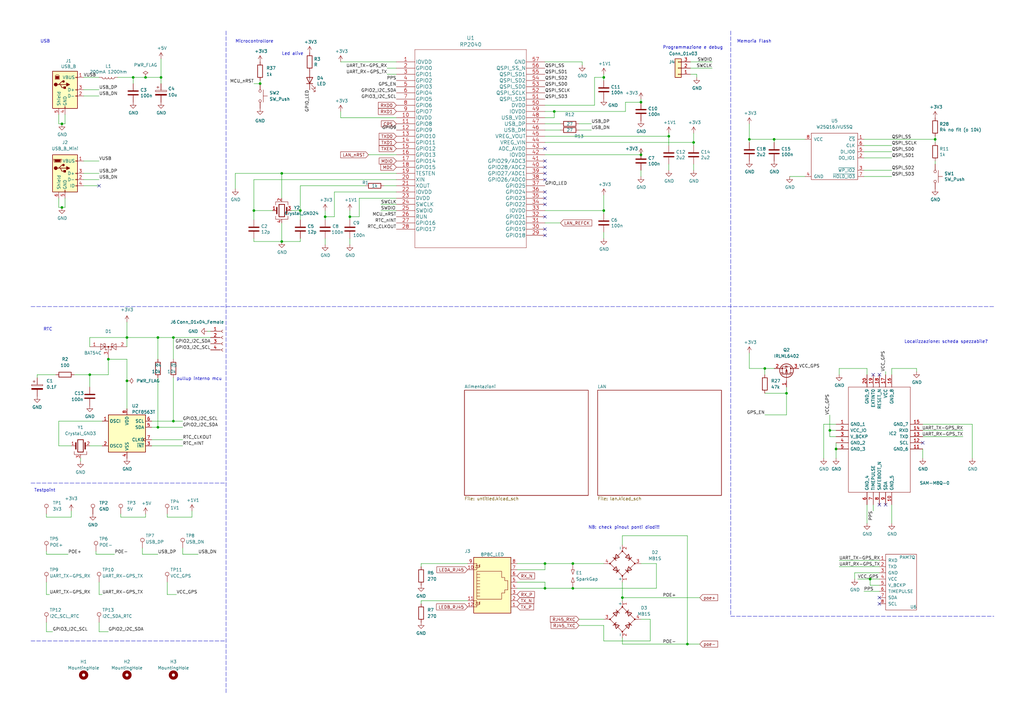
<source format=kicad_sch>
(kicad_sch (version 20211123) (generator eeschema)
  (paper "A3")
  (junction (at 317.5 57.15))
  (junction (at 64.77 138.43))
  (junction (at 52.07 138.43))
  (junction (at 25.4 50.8))
  (junction (at 66.04 31.75))
  (junction (at 281.94 264.16))
  (junction (at 307.34 57.15))
  (junction (at 115.57 71.12))
  (junction (at 234.95 241.3))
  (junction (at 106.68 34.29))
  (junction (at 262.89 63.5))
  (junction (at 54.61 31.75))
  (junction (at 44.45 147.32))
  (junction (at 115.57 99.06))
  (junction (at 247.65 86.36))
  (junction (at 123.19 86.36))
  (junction (at 223.52 241.3))
  (junction (at 227.33 45.72))
  (junction (at 223.52 231.14))
  (junction (at 36.83 153.67))
  (junction (at 262.89 41.91))
  (junction (at 322.58 161.29))
  (junction (at 59.69 31.75))
  (junction (at 52.07 156.21))
  (junction (at 274.32 55.88))
  (junction (at 71.12 172.72))
  (junction (at 313.69 151.13))
  (junction (at 64.77 175.26))
  (junction (at 356.87 237.49))
  (junction (at 340.36 176.53))
  (junction (at 25.4 85.09))
  (junction (at 133.35 88.9))
  (junction (at 383.54 57.15))
  (junction (at 71.12 138.43))
  (junction (at 247.65 31.75))
  (junction (at 342.9 184.15))
  (junction (at 284.48 58.42))
  (junction (at 143.51 88.9))
  (junction (at 234.95 231.14))
  (junction (at 104.14 86.36))
  (junction (at 255.27 245.11))
  (no_connect (at 223.52 66.04))
  (no_connect (at 223.52 60.96))
  (no_connect (at 223.52 93.98))
  (no_connect (at 223.52 96.52))
  (no_connect (at 40.64 76.2))
  (no_connect (at 223.52 88.9))
  (no_connect (at 358.14 153.67))
  (no_connect (at 360.68 207.01))
  (no_connect (at 363.22 207.01))
  (no_connect (at 378.46 181.61))
  (no_connect (at 360.68 153.67))
  (no_connect (at 223.52 68.58))
  (no_connect (at 223.52 71.12))
  (no_connect (at 223.52 73.66))
  (no_connect (at 223.52 78.74))
  (no_connect (at 223.52 81.28))
  (no_connect (at 223.52 83.82))
  (no_connect (at 360.68 245.11))
  (no_connect (at 360.68 247.65))
  (wire (pts (xy 139.7 45.72) (xy 139.7 48.26)))
  (polyline (pts (xy 12.7 125.73) (xy 407.67 125.73)))
  (wire (pts (xy 342.9 181.61) (xy 342.9 184.15)))
  (wire (pts (xy 342.9 179.07) (xy 340.36 179.07)))
  (wire (pts (xy 365.76 153.67) (xy 365.76 151.13)))
  (wire (pts (xy 137.16 88.9) (xy 133.35 88.9)))
  (wire (pts (xy 26.67 81.28) (xy 26.67 85.09)))
  (wire (pts (xy 255.27 219.71) (xy 281.94 219.71)))
  (wire (pts (xy 19.05 212.09) (xy 29.21 212.09)))
  (wire (pts (xy 123.19 76.2) (xy 123.19 86.36)))
  (wire (pts (xy 223.52 25.4) (xy 238.76 25.4)))
  (wire (pts (xy 356.87 240.03) (xy 356.87 237.49)))
  (wire (pts (xy 256.54 41.91) (xy 256.54 45.72)))
  (wire (pts (xy 223.52 241.3) (xy 223.52 238.76)))
  (wire (pts (xy 330.2 57.15) (xy 317.5 57.15)))
  (wire (pts (xy 351.79 237.49) (xy 356.87 237.49)))
  (wire (pts (xy 54.61 31.75) (xy 59.69 31.75)))
  (wire (pts (xy 162.56 71.12) (xy 115.57 71.12)))
  (wire (pts (xy 34.29 76.2) (xy 40.64 76.2)))
  (wire (pts (xy 104.14 86.36) (xy 111.76 86.36)))
  (wire (pts (xy 68.58 243.84) (xy 72.39 243.84)))
  (wire (pts (xy 34.29 31.75) (xy 40.64 31.75)))
  (wire (pts (xy 24.13 81.28) (xy 24.13 85.09)))
  (wire (pts (xy 354.33 72.39) (xy 365.76 72.39)))
  (wire (pts (xy 162.56 30.48) (xy 158.75 30.48)))
  (wire (pts (xy 15.24 153.67) (xy 15.24 154.94)))
  (wire (pts (xy 19.05 210.82) (xy 19.05 212.09)))
  (wire (pts (xy 52.07 132.08) (xy 52.07 138.43)))
  (wire (pts (xy 330.2 72.39) (xy 323.85 72.39)))
  (wire (pts (xy 262.89 231.14) (xy 269.24 231.14)))
  (wire (pts (xy 262.89 41.91) (xy 262.89 40.64)))
  (wire (pts (xy 223.52 53.34) (xy 229.87 53.34)))
  (wire (pts (xy 223.52 55.88) (xy 274.32 55.88)))
  (wire (pts (xy 123.19 86.36) (xy 123.19 90.17)))
  (wire (pts (xy 317.5 57.15) (xy 307.34 57.15)))
  (wire (pts (xy 96.52 71.12) (xy 96.52 77.47)))
  (wire (pts (xy 59.69 31.75) (xy 66.04 31.75)))
  (wire (pts (xy 49.53 210.82) (xy 49.53 212.09)))
  (wire (pts (xy 255.27 223.52) (xy 255.27 219.71)))
  (wire (pts (xy 229.87 91.44) (xy 223.52 91.44)))
  (wire (pts (xy 59.69 210.82) (xy 59.69 212.09)))
  (wire (pts (xy 223.52 86.36) (xy 247.65 86.36)))
  (wire (pts (xy 247.65 97.79) (xy 247.65 95.25)))
  (wire (pts (xy 307.34 50.8) (xy 307.34 57.15)))
  (wire (pts (xy 40.64 39.37) (xy 34.29 39.37)))
  (wire (pts (xy 360.68 242.57) (xy 354.33 242.57)))
  (wire (pts (xy 58.42 227.33) (xy 64.77 227.33)))
  (wire (pts (xy 284.48 69.85) (xy 284.48 67.31)))
  (wire (pts (xy 255.27 261.62) (xy 255.27 264.16)))
  (wire (pts (xy 313.69 161.29) (xy 322.58 161.29)))
  (wire (pts (xy 133.35 88.9) (xy 133.35 90.17)))
  (wire (pts (xy 398.78 173.99) (xy 398.78 187.96)))
  (wire (pts (xy 34.29 66.04) (xy 40.64 66.04)))
  (wire (pts (xy 383.54 55.88) (xy 383.54 57.15)))
  (wire (pts (xy 274.32 54.61) (xy 274.32 55.88)))
  (wire (pts (xy 172.72 231.14) (xy 172.72 232.41)))
  (wire (pts (xy 33.02 189.23) (xy 33.02 187.96)))
  (wire (pts (xy 313.69 170.18) (xy 322.58 170.18)))
  (wire (pts (xy 19.05 226.06) (xy 19.05 227.33)))
  (wire (pts (xy 360.68 232.41) (xy 344.17 232.41)))
  (wire (pts (xy 365.76 151.13) (xy 375.92 151.13)))
  (wire (pts (xy 137.16 78.74) (xy 162.56 78.74)))
  (wire (pts (xy 322.58 170.18) (xy 322.58 161.29)))
  (wire (pts (xy 66.04 31.75) (xy 66.04 34.29)))
  (wire (pts (xy 255.27 245.11) (xy 287.02 245.11)))
  (wire (pts (xy 237.49 256.54) (xy 247.65 256.54)))
  (wire (pts (xy 383.54 66.04) (xy 383.54 67.31)))
  (wire (pts (xy 360.68 234.95) (xy 350.52 234.95)))
  (wire (pts (xy 337.82 173.99) (xy 337.82 187.96)))
  (wire (pts (xy 212.09 233.68) (xy 223.52 233.68)))
  (wire (pts (xy 36.83 138.43) (xy 36.83 142.24)))
  (wire (pts (xy 378.46 184.15) (xy 378.46 187.96)))
  (wire (pts (xy 104.14 86.36) (xy 104.14 90.17)))
  (wire (pts (xy 234.95 241.3) (xy 269.24 241.3)))
  (wire (pts (xy 238.76 25.4) (xy 238.76 26.67)))
  (wire (pts (xy 19.05 255.27) (xy 19.05 259.08)))
  (wire (pts (xy 24.13 182.88) (xy 29.21 182.88)))
  (wire (pts (xy 354.33 62.23) (xy 365.76 62.23)))
  (polyline (pts (xy 92.71 12.7) (xy 92.71 284.48)))
  (wire (pts (xy 157.48 76.2) (xy 162.56 76.2)))
  (wire (pts (xy 40.64 238.76) (xy 40.64 243.84)))
  (wire (pts (xy 147.32 81.28) (xy 162.56 81.28)))
  (wire (pts (xy 19.05 227.33) (xy 27.94 227.33)))
  (wire (pts (xy 147.32 81.28) (xy 147.32 88.9)))
  (wire (pts (xy 354.33 64.77) (xy 365.76 64.77)))
  (wire (pts (xy 285.75 31.75) (xy 285.75 30.48)))
  (wire (pts (xy 64.77 138.43) (xy 64.77 147.32)))
  (wire (pts (xy 62.23 182.88) (xy 74.93 182.88)))
  (wire (pts (xy 36.83 182.88) (xy 41.91 182.88)))
  (wire (pts (xy 360.68 229.87) (xy 344.17 229.87)))
  (wire (pts (xy 223.52 238.76) (xy 212.09 238.76)))
  (wire (pts (xy 143.51 97.79) (xy 143.51 100.33)))
  (polyline (pts (xy 299.72 252.73) (xy 407.67 252.73)))
  (wire (pts (xy 262.89 63.5) (xy 262.89 62.23)))
  (wire (pts (xy 115.57 71.12) (xy 115.57 81.28)))
  (wire (pts (xy 247.65 31.75) (xy 247.65 30.48)))
  (wire (pts (xy 26.67 85.09) (xy 25.4 85.09)))
  (wire (pts (xy 234.95 231.14) (xy 247.65 231.14)))
  (wire (pts (xy 52.07 138.43) (xy 36.83 138.43)))
  (wire (pts (xy 355.6 207.01) (xy 355.6 214.63)))
  (wire (pts (xy 365.76 207.01) (xy 365.76 214.63)))
  (wire (pts (xy 227.33 45.72) (xy 256.54 45.72)))
  (wire (pts (xy 62.23 180.34) (xy 74.93 180.34)))
  (wire (pts (xy 223.52 231.14) (xy 234.95 231.14)))
  (wire (pts (xy 307.34 57.15) (xy 307.34 58.42)))
  (wire (pts (xy 40.64 255.27) (xy 40.64 259.08)))
  (polyline (pts (xy 12.7 198.12) (xy 92.71 198.12)))
  (wire (pts (xy 123.19 76.2) (xy 149.86 76.2)))
  (wire (pts (xy 262.89 72.39) (xy 262.89 69.85)))
  (wire (pts (xy 247.65 33.02) (xy 247.65 31.75)))
  (wire (pts (xy 243.84 43.18) (xy 243.84 31.75)))
  (wire (pts (xy 71.12 154.94) (xy 71.12 172.72)))
  (wire (pts (xy 34.29 71.12) (xy 40.64 71.12)))
  (wire (pts (xy 375.92 151.13) (xy 375.92 152.4)))
  (wire (pts (xy 36.83 153.67) (xy 44.45 153.67)))
  (wire (pts (xy 354.33 69.85) (xy 365.76 69.85)))
  (wire (pts (xy 24.13 172.72) (xy 24.13 182.88)))
  (wire (pts (xy 74.93 227.33) (xy 81.28 227.33)))
  (wire (pts (xy 383.54 57.15) (xy 383.54 58.42)))
  (wire (pts (xy 68.58 210.82) (xy 68.58 212.09)))
  (wire (pts (xy 162.56 86.36) (xy 156.21 86.36)))
  (wire (pts (xy 115.57 99.06) (xy 123.19 99.06)))
  (wire (pts (xy 119.38 86.36) (xy 123.19 86.36)))
  (wire (pts (xy 86.36 135.89) (xy 85.09 135.89)))
  (wire (pts (xy 24.13 50.8) (xy 25.4 50.8)))
  (wire (pts (xy 360.68 240.03) (xy 356.87 240.03)))
  (wire (pts (xy 227.33 45.72) (xy 227.33 48.26)))
  (wire (pts (xy 133.35 97.79) (xy 133.35 100.33)))
  (wire (pts (xy 162.56 48.26) (xy 139.7 48.26)))
  (wire (pts (xy 71.12 172.72) (xy 74.93 172.72)))
  (wire (pts (xy 104.14 97.79) (xy 104.14 99.06)))
  (wire (pts (xy 285.75 30.48) (xy 283.21 30.48)))
  (wire (pts (xy 25.4 50.8) (xy 26.67 50.8)))
  (wire (pts (xy 212.09 241.3) (xy 223.52 241.3)))
  (wire (pts (xy 350.52 234.95) (xy 350.52 237.49)))
  (wire (pts (xy 106.68 34.29) (xy 106.68 33.02)))
  (wire (pts (xy 40.64 259.08) (xy 44.45 259.08)))
  (wire (pts (xy 68.58 238.76) (xy 68.58 243.84)))
  (wire (pts (xy 223.52 43.18) (xy 243.84 43.18)))
  (wire (pts (xy 40.64 36.83) (xy 34.29 36.83)))
  (wire (pts (xy 40.64 243.84) (xy 41.91 243.84)))
  (wire (pts (xy 151.13 63.5) (xy 162.56 63.5)))
  (wire (pts (xy 266.7 262.89) (xy 247.65 262.89)))
  (wire (pts (xy 52.07 156.21) (xy 52.07 167.64)))
  (wire (pts (xy 342.9 176.53) (xy 340.36 176.53)))
  (wire (pts (xy 274.32 67.31) (xy 274.32 69.85)))
  (wire (pts (xy 355.6 151.13) (xy 344.17 151.13)))
  (wire (pts (xy 36.83 153.67) (xy 36.83 158.75)))
  (wire (pts (xy 247.65 87.63) (xy 247.65 86.36)))
  (wire (pts (xy 242.57 53.34) (xy 237.49 53.34)))
  (wire (pts (xy 62.23 175.26) (xy 64.77 175.26)))
  (wire (pts (xy 266.7 254) (xy 266.7 262.89)))
  (wire (pts (xy 363.22 152.4) (xy 363.22 153.67)))
  (wire (pts (xy 19.05 243.84) (xy 20.32 243.84)))
  (wire (pts (xy 223.52 48.26) (xy 227.33 48.26)))
  (wire (pts (xy 104.14 86.36) (xy 104.14 73.66)))
  (wire (pts (xy 255.27 238.76) (xy 255.27 245.11)))
  (wire (pts (xy 356.87 237.49) (xy 360.68 237.49)))
  (wire (pts (xy 104.14 73.66) (xy 162.56 73.66)))
  (wire (pts (xy 284.48 54.61) (xy 284.48 58.42)))
  (wire (pts (xy 307.34 151.13) (xy 313.69 151.13)))
  (wire (pts (xy 227.33 45.72) (xy 223.52 45.72)))
  (wire (pts (xy 354.33 59.69) (xy 365.76 59.69)))
  (wire (pts (xy 354.33 57.15) (xy 383.54 57.15)))
  (wire (pts (xy 74.93 224.79) (xy 74.93 227.33)))
  (wire (pts (xy 307.34 144.78) (xy 307.34 151.13)))
  (wire (pts (xy 281.94 219.71) (xy 281.94 264.16)))
  (wire (pts (xy 281.94 264.16) (xy 287.02 264.16)))
  (wire (pts (xy 256.54 41.91) (xy 262.89 41.91)))
  (wire (pts (xy 243.84 31.75) (xy 247.65 31.75)))
  (wire (pts (xy 172.72 231.14) (xy 191.77 231.14)))
  (wire (pts (xy 223.52 241.3) (xy 234.95 241.3)))
  (wire (pts (xy 39.37 227.33) (xy 46.99 227.33)))
  (wire (pts (xy 143.51 86.36) (xy 143.51 88.9)))
  (wire (pts (xy 262.89 254) (xy 266.7 254)))
  (wire (pts (xy 52.07 142.24) (xy 52.07 138.43)))
  (wire (pts (xy 255.27 245.11) (xy 255.27 246.38)))
  (wire (pts (xy 255.27 264.16) (xy 281.94 264.16)))
  (wire (pts (xy 317.5 57.15) (xy 317.5 58.42)))
  (wire (pts (xy 340.36 176.53) (xy 340.36 170.18)))
  (wire (pts (xy 66.04 24.13) (xy 66.04 31.75)))
  (wire (pts (xy 139.7 25.4) (xy 162.56 25.4)))
  (wire (pts (xy 337.82 173.99) (xy 342.9 173.99)))
  (wire (pts (xy 24.13 85.09) (xy 25.4 85.09)))
  (wire (pts (xy 212.09 231.14) (xy 223.52 231.14)))
  (wire (pts (xy 378.46 173.99) (xy 398.78 173.99)))
  (wire (pts (xy 52.07 147.32) (xy 52.07 156.21)))
  (wire (pts (xy 340.36 179.07) (xy 340.36 176.53)))
  (wire (pts (xy 58.42 224.79) (xy 58.42 227.33)))
  (wire (pts (xy 283.21 25.4) (xy 292.1 25.4)))
  (wire (pts (xy 342.9 184.15) (xy 342.9 187.96)))
  (wire (pts (xy 39.37 226.06) (xy 39.37 227.33)))
  (wire (pts (xy 115.57 91.44) (xy 115.57 99.06)))
  (wire (pts (xy 283.21 27.94) (xy 292.1 27.94)))
  (wire (pts (xy 358.14 209.55) (xy 358.14 207.01)))
  (wire (pts (xy 344.17 151.13) (xy 344.17 153.67)))
  (wire (pts (xy 15.24 153.67) (xy 22.86 153.67)))
  (wire (pts (xy 223.52 58.42) (xy 284.48 58.42)))
  (wire (pts (xy 19.05 238.76) (xy 19.05 243.84)))
  (wire (pts (xy 104.14 34.29) (xy 106.68 34.29)))
  (wire (pts (xy 44.45 153.67) (xy 44.45 147.32)))
  (wire (pts (xy 40.64 73.66) (xy 34.29 73.66)))
  (wire (pts (xy 247.65 262.89) (xy 247.65 256.54)))
  (wire (pts (xy 313.69 151.13) (xy 317.5 151.13)))
  (wire (pts (xy 143.51 88.9) (xy 147.32 88.9)))
  (wire (pts (xy 48.26 31.75) (xy 54.61 31.75)))
  (wire (pts (xy 68.58 212.09) (xy 78.74 212.09)))
  (wire (pts (xy 322.58 158.75) (xy 322.58 161.29)))
  (wire (pts (xy 223.52 233.68) (xy 223.52 231.14)))
  (wire (pts (xy 44.45 147.32) (xy 52.07 147.32)))
  (wire (pts (xy 237.49 50.8) (xy 242.57 50.8)))
  (polyline (pts (xy 299.72 12.7) (xy 299.72 252.73)))
  (wire (pts (xy 378.46 176.53) (xy 394.97 176.53)))
  (wire (pts (xy 172.72 246.38) (xy 191.77 246.38)))
  (wire (pts (xy 54.61 31.75) (xy 54.61 34.29)))
  (wire (pts (xy 269.24 231.14) (xy 269.24 241.3)))
  (polyline (pts (xy 12.7 262.89) (xy 92.71 262.89)))
  (wire (pts (xy 162.56 27.94) (xy 158.75 27.94)))
  (wire (pts (xy 26.67 50.8) (xy 26.67 46.99)))
  (wire (pts (xy 71.12 138.43) (xy 64.77 138.43)))
  (wire (pts (xy 223.52 63.5) (xy 262.89 63.5)))
  (wire (pts (xy 71.12 138.43) (xy 86.36 138.43)))
  (wire (pts (xy 172.72 246.38) (xy 172.72 247.65)))
  (wire (pts (xy 29.21 209.55) (xy 29.21 212.09)))
  (wire (pts (xy 78.74 209.55) (xy 78.74 212.09)))
  (wire (pts (xy 274.32 59.69) (xy 274.32 55.88)))
  (wire (pts (xy 355.6 153.67) (xy 355.6 151.13)))
  (wire (pts (xy 133.35 86.36) (xy 133.35 88.9)))
  (wire (pts (xy 143.51 88.9) (xy 143.51 90.17)))
  (wire (pts (xy 30.48 153.67) (xy 36.83 153.67)))
  (wire (pts (xy 162.56 83.82) (xy 156.21 83.82)))
  (wire (pts (xy 247.65 80.01) (xy 247.65 86.36)))
  (wire (pts (xy 19.05 259.08) (xy 21.59 259.08)))
  (wire (pts (xy 49.53 212.09) (xy 59.69 212.09)))
  (wire (pts (xy 62.23 172.72) (xy 71.12 172.72)))
  (wire (pts (xy 64.77 154.94) (xy 64.77 175.26)))
  (wire (pts (xy 24.13 46.99) (xy 24.13 50.8)))
  (wire (pts (xy 237.49 254) (xy 247.65 254)))
  (wire (pts (xy 313.69 151.13) (xy 313.69 153.67)))
  (wire (pts (xy 123.19 99.06) (xy 123.19 97.79)))
  (wire (pts (xy 137.16 78.74) (xy 137.16 88.9)))
  (wire (pts (xy 52.07 138.43) (xy 64.77 138.43)))
  (wire (pts (xy 115.57 71.12) (xy 96.52 71.12)))
  (wire (pts (xy 284.48 58.42) (xy 284.48 59.69)))
  (wire (pts (xy 71.12 147.32) (xy 71.12 138.43)))
  (wire (pts (xy 229.87 50.8) (xy 223.52 50.8)))
  (wire (pts (xy 64.77 175.26) (xy 74.93 175.26)))
  (wire (pts (xy 104.14 99.06) (xy 115.57 99.06)))
  (wire (pts (xy 378.46 179.07) (xy 394.97 179.07)))
  (wire (pts (xy 41.91 172.72) (xy 24.13 172.72)))
  (text "Memoria Flash" (at 302.26 17.78 0) (effects (font (size 1.27 1.27)) (justify left bottom)))
  (text "USB" (at 16.51 17.78 0) (effects (font (size 1.27 1.27)) (justify left bottom)))
  (text "pullup interno mcu\n" (at 72.39 156.21 0) (effects (font (size 1.27 1.27)) (justify left bottom)))
  (text "RTC" (at 17.78 135.89 0) (effects (font (size 1.27 1.27)) (justify left bottom)))
  (text "Led alive" (at 115.57 22.86 0) (effects (font (size 1.27 1.27)) (justify left bottom)))
  (text "Programmazione e debug" (at 271.78 20.32 0) (effects (font (size 1.27 1.27)) (justify left bottom)))
  (text "Testpoint" (at 13.97 201.93 0) (effects (font (size 1.27 1.27)) (justify left bottom)))
  (text "NB: check pinout ponti diodi!!\n" (at 241.3 217.17 0) (effects (font (size 1.27 1.27)) (justify left bottom)))
  (text "Localizzazione: scheda spezzabile?\n" (at 370.84 140.97 0) (effects (font (size 1.27 1.27)) (justify left bottom)))
  (text "Microcontrollore\n" (at 96.52 17.78 0) (effects (font (size 1.27 1.27)) (justify left bottom)))
  (label "SWDIO" (at 292.1 25.4 180))
  (label "GPIO9" (at 162.56 53.34 180))
  (label "UART_TX-GPS_RX" (at 344.17 229.87 0))
  (label "PPS" (at 358.14 209.55 270))
  (label "POE+" (at 27.94 227.33 0))
  (label "POE-" (at 46.99 227.33 0))
  (label "USB_DN" (at 40.64 73.66 0))
  (label "MCU_nRST" (at 162.56 88.9 180))
  (label "QSPI_SD0" (at 365.76 62.23 0))
  (label "VCC_GPS" (at 363.22 152.4 90))
  (label "QSPI_SD1" (at 223.52 30.48 0))
  (label "QSPI_SCLK" (at 365.76 59.69 0))
  (label "VUSB" (at 34.29 31.75 0))
  (label "SWCLK" (at 156.21 83.82 0))
  (label "VCC_GPS" (at 72.39 243.84 0))
  (label "VUSB" (at 40.64 66.04 0))
  (label "UART_TX-GPS_RX" (at 20.32 243.84 0))
  (label "USB_DP" (at 242.57 50.8 0))
  (label "UART_RX-GPS_TX" (at 394.97 179.07 180))
  (label "GPIO2_I2C_SDA" (at 74.93 175.26 0))
  (label "GPIO2_I2C_SDA" (at 86.36 140.97 180))
  (label "QSPI_SD1" (at 365.76 64.77 0))
  (label "GPIO3_I2C_SCL" (at 162.56 40.64 180))
  (label "SWCLK" (at 292.1 27.94 180))
  (label "QSPI_SD3" (at 365.76 72.39 0))
  (label "USB_DP" (at 40.64 71.12 0))
  (label "MCU_nRST" (at 104.14 34.29 180))
  (label "USB_DP" (at 40.64 36.83 0))
  (label "VCC_GPS" (at 351.79 237.49 0))
  (label "GPIO3_I2C_SCL" (at 21.59 259.08 0))
  (label "UART_RX-GPS_TX" (at 158.75 30.48 180))
  (label "SWDIO" (at 156.21 86.36 0))
  (label "PPS" (at 162.56 33.02 180))
  (label "QSPI_SS" (at 365.76 57.15 0))
  (label "GPIO2_I2C_SDA" (at 162.56 38.1 180))
  (label "GPS_EN" (at 162.56 35.56 180))
  (label "USB_DP" (at 64.77 227.33 0))
  (label "QSPI_SD2" (at 365.76 69.85 0))
  (label "GPIO3_I2C_SCL" (at 86.36 143.51 180))
  (label "UART_RX-GPS_TX" (at 41.91 243.84 0))
  (label "QSPI_SD0" (at 223.52 35.56 0))
  (label "QSPI_SD2" (at 223.52 33.02 0))
  (label "VCC_GPS" (at 327.66 151.13 0))
  (label "GPIO2_I2C_SDA" (at 44.45 259.08 0))
  (label "GPIO_LED" (at 127 36.83 270))
  (label "GPIO_LED" (at 223.52 76.2 0))
  (label "VCC_GPS" (at 340.36 170.18 90))
  (label "POE-" (at 271.78 264.16 0))
  (label "QSPI_SCLK" (at 223.52 38.1 0))
  (label "UART_RX-GPS_TX" (at 344.17 232.41 0))
  (label "QSPI_SD3" (at 223.52 40.64 0))
  (label "POE+" (at 271.78 245.11 0))
  (label "GPS_EN" (at 313.69 170.18 180))
  (label "USB_DN" (at 81.28 227.33 0))
  (label "RTC_CLKOUT" (at 162.56 93.98 180))
  (label "USB_DN" (at 40.64 39.37 0))
  (label "QSPI_SS" (at 223.52 27.94 0))
  (label "RTC_CLKOUT" (at 74.93 180.34 0))
  (label "USB_DN" (at 242.57 53.34 0))
  (label "RTC_nINT" (at 162.56 91.44 180))
  (label "GPIO3_I2C_SCL" (at 74.93 172.72 0))
  (label "PPS" (at 354.33 242.57 0))
  (label "UART_TX-GPS_RX" (at 158.75 27.94 180))
  (label "UART_TX-GPS_RX" (at 394.97 176.53 180))
  (label "RTC_nINT" (at 74.93 182.88 0))
  (global_label "RX_N" (shape input) (at 212.09 236.22 0) (property "Intersheet References" "${INTERSHEET_REFS}" (effects hide)))
  (global_label "MDIO" (shape input) (at 162.56 66.04 180) (property "Intersheet References" "${INTERSHEET_REFS}" (effects hide)))
  (global_label "CRS" (shape input) (at 162.56 50.8 180) (property "Intersheet References" "${INTERSHEET_REFS}" (effects hide)))
  (global_label "RJ45_TXC" (shape input) (at 237.49 256.54 180) (property "Intersheet References" "${INTERSHEET_REFS}" (effects hide)))
  (global_label "LEDB_RJ45" (shape input) (at 191.77 248.92 180) (property "Intersheet References" "${INTERSHEET_REFS}" (effects hide)))
  (global_label "LAN_nRST" (shape input) (at 151.13 63.5 180) (property "Intersheet References" "${INTERSHEET_REFS}" (effects hide)))
  (global_label "poe+" (shape input) (at 287.02 245.11 0) (property "Intersheet References" "${INTERSHEET_REFS}" (effects hide)))
  (global_label "MDC" (shape input) (at 162.56 68.58 180) (property "Intersheet References" "${INTERSHEET_REFS}" (effects hide)))
  (global_label "LAN_REFCK" (shape input) (at 229.87 91.44 0) (property "Intersheet References" "${INTERSHEET_REFS}" (effects hide)))
  (global_label "RJ45_RXC" (shape input) (at 237.49 254 180) (property "Intersheet References" "${INTERSHEET_REFS}" (effects hide)))
  (global_label "TXD1" (shape input) (at 162.56 58.42 180) (property "Intersheet References" "${INTERSHEET_REFS}" (effects hide)))
  (global_label "RXD1" (shape input) (at 162.56 45.72 180) (property "Intersheet References" "${INTERSHEET_REFS}" (effects hide)))
  (global_label "TX_P" (shape input) (at 212.09 248.92 0) (property "Intersheet References" "${INTERSHEET_REFS}" (effects hide)))
  (global_label "TXD0" (shape input) (at 162.56 55.88 180) (property "Intersheet References" "${INTERSHEET_REFS}" (effects hide)))
  (global_label "poe-" (shape input) (at 287.02 264.16 0) (property "Intersheet References" "${INTERSHEET_REFS}" (effects hide)))
  (global_label "RX_P" (shape input) (at 212.09 243.84 0) (property "Intersheet References" "${INTERSHEET_REFS}" (effects hide)))
  (global_label "TX_N" (shape input) (at 212.09 246.38 0) (property "Intersheet References" "${INTERSHEET_REFS}" (effects hide)))
  (global_label "TXEN" (shape input) (at 162.56 60.96 180) (property "Intersheet References" "${INTERSHEET_REFS}" (effects hide)))
  (global_label "LEDA_RJ45" (shape input) (at 191.77 233.68 180) (property "Intersheet References" "${INTERSHEET_REFS}" (effects hide)))
  (global_label "RXD0" (shape input) (at 162.56 43.18 180) (property "Intersheet References" "${INTERSHEET_REFS}" (effects hide)))
  (symbol (lib_id "RP2040:RP2040") (at 162.56 25.4 0) (unit 1)
    (property "Reference" "U1" (at 193.04 15.5702 0) (effects (font (size 1.524 1.524))))
    (property "Value" "RP2040" (at 193.04 18.2626 0) (effects (font (size 1.524 1.524))))
    (property "Footprint" "PSE2021:RP2040-QFN-56" (effects hide))
  )
  (symbol (lib_id "power:GND") (at 96.52 77.47 0) (unit 1)
    (property "Reference" "#PWR0101" (effects hide))
    (property "Value" "GND" (at 96.647 81.8642 0))
  )
  (symbol (lib_id "Connector:USB_B") (at 26.67 36.83 0) (unit 1)
    (property "Reference" "J1" (at 28.1178 24.9682 0))
    (property "Value" "USB_B" (at 28.1178 27.2796 0))
    (property "Footprint" "Connector_USB:USB_B_OST_USB-B1HSxx_Horizontal" (effects hide))
    (property "Datasheet" " ~" (effects hide))
  )
  (symbol (lib_id "power:GND") (at 25.4 50.8 0) (unit 1)
    (property "Reference" "#PWR0107" (effects hide))
    (property "Value" "GND" (at 25.527 55.1942 0))
  )
  (symbol (lib_id "Device:L") (at 44.45 31.75 270) (unit 1)
    (property "Reference" "L1" (at 44.45 27.1526 90))
    (property "Value" "200mA 120Ohm" (at 44.45 29.464 90))
    (property "Footprint" "Inductor_SMD:L_0603_1608Metric" (effects hide))
  )
  (symbol (lib_id "Device:C") (at 54.61 38.1 0) (unit 1)
    (property "Reference" "C3" (at 57.531 36.9316 0) (effects (justify left)))
    (property "Value" "100n" (at 57.531 39.243 0) (effects (justify left)))
    (property "Footprint" "Capacitor_SMD:C_0603_1608Metric" (effects hide))
  )
  (symbol (lib_id "power:+5V") (at 66.04 24.13 0) (unit 1)
    (property "Reference" "#PWR0108" (effects hide))
    (property "Value" "+5V" (at 66.421 19.7358 0))
  )
  (symbol (lib_id "power:GND") (at 54.61 41.91 0) (unit 1)
    (property "Reference" "#PWR0109" (effects hide))
    (property "Value" "GND" (at 54.737 46.3042 0))
  )
  (symbol (lib_id "power:GND") (at 66.04 41.91 0) (unit 1)
    (property "Reference" "#PWR0110" (effects hide))
    (property "Value" "GND" (at 66.167 46.3042 0))
  )
  (symbol (lib_id "Device:C") (at 104.14 93.98 0) (unit 1)
    (property "Reference" "C2" (at 107.061 92.8116 0) (effects (justify left)))
    (property "Value" "12p" (at 107.061 95.123 0) (effects (justify left)))
    (property "Footprint" "Capacitor_SMD:C_0603_1608Metric" (effects hide))
  )
  (symbol (lib_id "Device:C") (at 123.19 93.98 0) (unit 1)
    (property "Reference" "C5" (at 126.111 92.8116 0) (effects (justify left)))
    (property "Value" "12p" (at 126.111 95.123 0) (effects (justify left)))
    (property "Footprint" "Capacitor_SMD:C_0603_1608Metric" (effects hide))
  )
  (symbol (lib_id "power:GND") (at 115.57 99.06 0) (unit 1)
    (property "Reference" "#PWR0106" (effects hide))
    (property "Value" "GND" (at 115.697 103.4542 0))
  )
  (symbol (lib_id "Device:R") (at 153.67 76.2 270) (unit 1)
    (property "Reference" "R1" (at 149.86 74.93 90))
    (property "Value" "1k" (at 153.67 76.2 90))
    (property "Footprint" "Resistor_SMD:R_0603_1608Metric" (effects hide))
  )
  (symbol (lib_id "power:GND") (at 25.4 85.09 0) (unit 1)
    (property "Reference" "#PWR0111" (effects hide))
    (property "Value" "GND" (at 25.527 89.4842 0))
  )
  (symbol (lib_id "Device:C") (at 317.5 62.23 0) (unit 1)
    (property "Reference" "C15" (at 320.421 61.0616 0) (effects (justify left)))
    (property "Value" "100n" (at 320.421 63.373 0) (effects (justify left)))
    (property "Footprint" "Capacitor_SMD:C_0603_1608Metric" (effects hide))
  )
  (symbol (lib_id "Device:C") (at 307.34 62.23 0) (unit 1)
    (property "Reference" "C18" (at 310.261 61.0616 0) (effects (justify left)))
    (property "Value" "2u2" (at 310.261 63.373 0) (effects (justify left)))
    (property "Footprint" "Capacitor_SMD:C_0603_1608Metric" (effects hide))
  )
  (symbol (lib_id "power:+3.3V") (at 307.34 50.8 0) (unit 1)
    (property "Reference" "#PWR0142" (effects hide))
    (property "Value" "+3.3V" (at 307.721 46.4058 0))
  )
  (symbol (lib_id "power:GND") (at 307.34 66.04 0) (unit 1)
    (property "Reference" "#PWR0134" (effects hide))
    (property "Value" "GND" (at 307.467 70.4342 0))
  )
  (symbol (lib_id "power:GND") (at 317.5 66.04 0) (unit 1)
    (property "Reference" "#PWR0125" (effects hide))
    (property "Value" "GND" (at 317.627 70.4342 0))
  )
  (symbol (lib_id "power:GND") (at 323.85 72.39 0) (unit 1)
    (property "Reference" "#PWR0136" (effects hide))
    (property "Value" "GND" (at 323.977 76.7842 0))
  )
  (symbol (lib_id "Device:Crystal_GND24") (at 115.57 86.36 0) (unit 1)
    (property "Reference" "Y2" (at 120.4976 85.1916 0) (effects (justify left)))
    (property "Value" "Crystal_GND24" (at 116.6876 87.503 0) (effects (justify left)))
    (property "Footprint" "Crystal:Crystal_SMD_3225-4Pin_3.2x2.5mm" (effects hide))
  )
  (symbol (lib_id "Device:R") (at 383.54 62.23 0) (unit 1)
    (property "Reference" "R11" (at 385.318 61.0616 0) (effects (justify left)))
    (property "Value" "1k" (at 385.318 63.373 0) (effects (justify left)))
    (property "Footprint" "Resistor_SMD:R_0603_1608Metric" (effects hide))
  )
  (symbol (lib_id "Switch:SW_Push") (at 383.54 72.39 270) (unit 1)
    (property "Reference" "SW1" (at 387.2992 71.2216 90) (effects (justify left)))
    (property "Value" "SW_Push" (at 387.2992 73.533 90) (effects (justify left)))
    (property "Footprint" "Button_Switch_THT:SW_PUSH_6mm" (effects hide))
  )
  (symbol (lib_id "power:GND") (at 383.54 77.47 0) (unit 1)
    (property "Reference" "#PWR0138" (effects hide))
    (property "Value" "GND" (at 383.667 81.8642 0))
  )
  (symbol (lib_id "power:+3.3V") (at 383.54 48.26 0) (unit 1)
    (property "Reference" "#PWR0137" (effects hide))
    (property "Value" "+3.3V" (at 383.921 43.8658 0))
  )
  (symbol (lib_id "Device:R") (at 383.54 52.07 0) (unit 1)
    (property "Reference" "R28" (at 385.318 50.9016 0) (effects (justify left)))
    (property "Value" "R4 no fit (o 10k)" (at 385.318 53.213 0) (effects (justify left)))
    (property "Footprint" "Resistor_SMD:R_0603_1608Metric" (effects hide))
  )
  (symbol (lib_id "Connector_Generic:Conn_01x03") (at 278.13 27.94 180) (unit 1)
    (property "Reference" "J4" (at 275.59 25.4 0))
    (property "Value" "Conn_01x03" (at 280.2128 21.9964 0))
    (property "Footprint" "Connector_PinHeader_2.54mm:PinHeader_1x03_P2.54mm_Vertical" (effects hide))
  )
  (symbol (lib_id "power:GND") (at 285.75 31.75 0) (unit 1)
    (property "Reference" "#PWR0148" (effects hide))
    (property "Value" "GND" (at 285.877 36.1442 0))
  )
  (symbol (lib_id "power:GND") (at 342.9 187.96 0) (unit 1)
    (property "Reference" "#PWR0154" (effects hide))
    (property "Value" "GND" (at 343.027 192.3542 0))
  )
  (symbol (lib_id "power:GND") (at 365.76 214.63 0) (unit 1)
    (property "Reference" "#PWR0153" (effects hide))
    (property "Value" "GND" (at 365.887 219.0242 0))
  )
  (symbol (lib_id "power:GND") (at 378.46 187.96 0) (unit 1)
    (property "Reference" "#PWR0149" (effects hide))
    (property "Value" "GND" (at 378.587 192.3542 0))
  )
  (symbol (lib_id "power:GND") (at 375.92 152.4 0) (unit 1)
    (property "Reference" "#PWR0158" (effects hide))
    (property "Value" "GND" (at 376.047 156.7942 0))
  )
  (symbol (lib_id "power:GND") (at 344.17 153.67 0) (unit 1)
    (property "Reference" "#PWR0157" (effects hide))
    (property "Value" "GND" (at 344.297 158.0642 0))
  )
  (symbol (lib_id "power:GND") (at 337.82 187.96 0) (unit 1)
    (property "Reference" "#PWR0155" (effects hide))
    (property "Value" "GND" (at 337.947 192.3542 0))
  )
  (symbol (lib_id "power:GND") (at 398.78 187.96 0) (unit 1)
    (property "Reference" "#PWR0150" (effects hide))
    (property "Value" "GND" (at 398.907 192.3542 0))
  )
  (symbol (lib_id "power:GND") (at 355.6 214.63 0) (unit 1)
    (property "Reference" "#PWR0152" (effects hide))
    (property "Value" "GND" (at 355.727 219.0242 0))
  )
  (symbol (lib_id "PSE_RP2040-rescue:PAM7Q-gpsChip") (at 367.03 234.95 270) (unit 1)
    (property "Reference" "U6" (at 374.65 248.92 90))
    (property "Value" "PAM7Q" (at 372.11 228.6 90))
    (property "Footprint" "PSE2021:PAM-7Q" (effects hide))
  )
  (symbol (lib_id "power:GND") (at 350.52 237.49 0) (unit 1)
    (property "Reference" "#PWR0146" (effects hide))
    (property "Value" "GND" (at 350.647 241.8842 0))
  )
  (symbol (lib_id "power:GND") (at 238.76 26.67 0) (unit 1)
    (property "Reference" "#PWR0123" (effects hide))
    (property "Value" "GND" (at 238.887 31.0642 0))
  )
  (symbol (lib_id "power:+3.3V") (at 139.7 25.4 0) (unit 1)
    (property "Reference" "#PWR0121" (effects hide))
    (property "Value" "+3.3V" (at 140.081 21.0058 0))
  )
  (symbol (lib_id "power:+3.3V") (at 139.7 45.72 0) (unit 1)
    (property "Reference" "#PWR0174" (effects hide))
    (property "Value" "+3.3V" (at 140.081 41.3258 0))
  )
  (symbol (lib_name "+3.3V_1") (lib_id "power:+3.3V") (at 133.35 86.36 0) (unit 1)
    (property "Reference" "#PWR0163" (effects hide))
    (property "Value" "+3.3V" (at 133.731 81.9658 0))
  )
  (symbol (lib_name "+1V1_1") (lib_id "power:+1V1") (at 143.51 86.36 0) (unit 1)
    (property "Reference" "#PWR0173" (effects hide))
    (property "Value" "+1V1" (at 143.891 81.9658 0))
  )
  (symbol (lib_id "Device:C") (at 133.35 93.98 0) (unit 1)
    (property "Reference" "C8" (at 136.271 92.8116 0) (effects (justify left)))
    (property "Value" "100n" (at 135.89 95.25 0) (effects (justify left)))
    (property "Footprint" "Capacitor_SMD:C_0603_1608Metric" (effects hide))
  )
  (symbol (lib_id "Device:C") (at 143.51 93.98 0) (unit 1)
    (property "Reference" "C9" (at 144.78 91.44 0) (effects (justify left)))
    (property "Value" "100n" (at 144.78 96.52 0) (effects (justify left)))
    (property "Footprint" "Capacitor_SMD:C_0603_1608Metric" (effects hide))
  )
  (symbol (lib_id "power:GND") (at 133.35 100.33 0) (unit 1)
    (property "Reference" "#PWR0171" (effects hide))
    (property "Value" "GND" (at 133.477 104.7242 0))
  )
  (symbol (lib_id "power:GND") (at 143.51 100.33 0) (unit 1)
    (property "Reference" "#PWR0172" (effects hide))
    (property "Value" "GND" (at 143.637 104.7242 0))
  )
  (symbol (lib_name "+3.3V_2") (lib_id "power:+3.3V") (at 262.89 40.64 0) (unit 1)
    (property "Reference" "#PWR0117" (effects hide))
    (property "Value" "+3.3V" (at 259.08 38.1 0))
  )
  (symbol (lib_id "power:+1V1") (at 247.65 30.48 0) (unit 1)
    (property "Reference" "#PWR0122" (effects hide))
    (property "Value" "+1V1" (at 248.031 26.0858 0))
  )
  (symbol (lib_id "Device:C") (at 262.89 45.72 0) (unit 1)
    (property "Reference" "C10" (at 265.811 44.5516 0) (effects (justify left)))
    (property "Value" "100n" (at 265.811 46.863 0) (effects (justify left)))
    (property "Footprint" "Capacitor_SMD:C_0603_1608Metric" (effects hide))
  )
  (symbol (lib_id "Device:C") (at 247.65 36.83 0) (unit 1)
    (property "Reference" "C11" (at 250.571 35.6616 0) (effects (justify left)))
    (property "Value" "100n" (at 250.571 37.973 0) (effects (justify left)))
    (property "Footprint" "Capacitor_SMD:C_0603_1608Metric" (effects hide))
  )
  (symbol (lib_id "power:GND") (at 247.65 40.64 0) (unit 1)
    (property "Reference" "#PWR0124" (effects hide))
    (property "Value" "GND" (at 251.46 43.18 0))
  )
  (symbol (lib_id "power:GND") (at 262.89 49.53 0) (unit 1)
    (property "Reference" "#PWR0132" (effects hide))
    (property "Value" "GND" (at 263.017 53.9242 0))
  )
  (symbol (lib_id "Device:R") (at 233.68 50.8 270) (unit 1)
    (property "Reference" "R12" (at 233.68 46.99 90))
    (property "Value" "27" (at 233.68 50.8 90))
    (property "Footprint" "Resistor_SMD:R_0603_1608Metric" (effects hide))
  )
  (symbol (lib_id "Device:R") (at 233.68 53.34 270) (unit 1)
    (property "Reference" "R13" (at 237.49 55.88 90))
    (property "Value" "27" (at 233.68 53.34 90))
    (property "Footprint" "Resistor_SMD:R_0603_1608Metric" (effects hide))
  )
  (symbol (lib_id "Device:C") (at 284.48 63.5 0) (unit 1)
    (property "Reference" "C14" (at 287.401 62.3316 0) (effects (justify left)))
    (property "Value" "2u2" (at 287.401 64.643 0) (effects (justify left)))
    (property "Footprint" "Capacitor_SMD:C_0603_1608Metric" (effects hide))
  )
  (symbol (lib_id "Device:C") (at 274.32 63.5 0) (unit 1)
    (property "Reference" "C12" (at 277.241 62.3316 0) (effects (justify left)))
    (property "Value" "2u2" (at 277.241 64.643 0) (effects (justify left)))
    (property "Footprint" "Capacitor_SMD:C_0603_1608Metric" (effects hide))
  )
  (symbol (lib_id "power:GND") (at 274.32 69.85 0) (unit 1)
    (property "Reference" "#PWR0129" (effects hide))
    (property "Value" "GND" (at 274.447 74.2442 0))
  )
  (symbol (lib_id "power:GND") (at 284.48 69.85 0) (unit 1)
    (property "Reference" "#PWR0127" (effects hide))
    (property "Value" "GND" (at 284.607 74.2442 0))
  )
  (symbol (lib_id "power:+3.3V") (at 284.48 54.61 0) (unit 1)
    (property "Reference" "#PWR0130" (effects hide))
    (property "Value" "+3.3V" (at 284.861 50.2158 0))
  )
  (symbol (lib_id "power:+1V1") (at 274.32 54.61 0) (unit 1)
    (property "Reference" "#PWR0128" (effects hide))
    (property "Value" "+1V1" (at 274.701 50.2158 0))
  )
  (symbol (lib_id "power:+3.3V") (at 262.89 63.5 0) (unit 1)
    (property "Reference" "#PWR0131" (effects hide))
    (property "Value" "+3.3V" (at 259.08 60.96 0))
  )
  (symbol (lib_id "power:+3.3V") (at 247.65 80.01 0) (unit 1)
    (property "Reference" "#PWR0119" (effects hide))
    (property "Value" "+3.3V" (at 248.031 75.6158 0))
  )
  (symbol (lib_id "Device:C") (at 262.89 66.04 0) (unit 1)
    (property "Reference" "C7" (at 265.811 64.8716 0) (effects (justify left)))
    (property "Value" "100n" (at 265.811 67.183 0) (effects (justify left)))
    (property "Footprint" "Capacitor_SMD:C_0603_1608Metric" (effects hide))
  )
  (symbol (lib_id "power:GND") (at 262.89 72.39 0) (unit 1)
    (property "Reference" "#PWR0133" (effects hide))
    (property "Value" "GND" (at 263.017 76.7842 0))
  )
  (symbol (lib_id "Device:C") (at 247.65 91.44 0) (unit 1)
    (property "Reference" "C6" (at 250.571 90.2716 0) (effects (justify left)))
    (property "Value" "100n" (at 250.571 92.583 0) (effects (justify left)))
    (property "Footprint" "Capacitor_SMD:C_0603_1608Metric" (effects hide))
  )
  (symbol (lib_id "power:GND") (at 247.65 97.79 0) (unit 1)
    (property "Reference" "#PWR0120" (effects hide))
    (property "Value" "GND" (at 247.777 102.1842 0))
  )
  (symbol (lib_id "Device:R") (at 127 25.4 0) (unit 1)
    (property "Reference" "R3" (at 128.778 24.2316 0) (effects (justify left)))
    (property "Value" "R" (at 128.778 26.543 0) (effects (justify left)))
    (property "Footprint" "Resistor_SMD:R_0603_1608Metric" (effects hide))
  )
  (symbol (lib_id "Device:LED") (at 127 33.02 90) (unit 1)
    (property "Reference" "D4" (at 129.9972 32.0294 90) (effects (justify right)))
    (property "Value" "LED" (at 129.9972 34.3408 90) (effects (justify right)))
    (property "Footprint" "LED_SMD:LED_0603_1608Metric" (effects hide))
  )
  (symbol (lib_id "Connector:TestPoint") (at 38.1 210.82 0) (unit 1)
    (property "Reference" "TP2" (at 40.64 206.2479 0) (effects (justify left)))
    (property "Value" "GND" (at 40.64 208.7879 0) (effects (justify left)))
    (property "Footprint" "TestPoint:TestPoint_Loop_D1.80mm_Drill1.0mm_Beaded" (effects hide))
  )
  (symbol (lib_id "Connector:TestPoint") (at 68.58 238.76 0) (unit 1)
    (property "Reference" "TP11" (at 69.85 233.68 0) (effects (justify left)))
    (property "Value" "VCC_GPS" (at 69.85 236.22 0) (effects (justify left)))
    (property "Footprint" "TestPoint:TestPoint_Pad_D1.0mm" (effects hide))
  )
  (symbol (lib_id "Connector:TestPoint") (at 19.05 255.27 0) (unit 1)
    (property "Reference" "TP12" (at 20.32 250.19 0) (effects (justify left)))
    (property "Value" "I2C_SCL_RTC" (at 20.32 252.73 0) (effects (justify left)))
    (property "Footprint" "TestPoint:TestPoint_Pad_D1.0mm" (effects hide))
  )
  (symbol (lib_id "Connector:TestPoint") (at 19.05 210.82 0) (unit 1)
    (property "Reference" "TP1" (at 21.59 206.2479 0) (effects (justify left)))
    (property "Value" "3V3" (at 21.59 208.7879 0) (effects (justify left)))
    (property "Footprint" "TestPoint:TestPoint_Loop_D1.80mm_Drill1.0mm_Beaded" (effects hide))
  )
  (symbol (lib_id "power:+5V") (at 59.69 210.82 0) (unit 1)
    (property "Reference" "#PWR0169" (effects hide))
    (property "Value" "+5V" (at 60.071 206.4258 0))
  )
  (symbol (lib_id "power:GND") (at 172.72 240.03 0) (unit 1)
    (property "Reference" "#PWR0114" (effects hide))
    (property "Value" "GND" (at 172.72 244.4734 0))
  )
  (symbol (lib_id "Connector:TestPoint") (at 19.05 238.76 0) (unit 1)
    (property "Reference" "TP9" (at 20.32 233.68 0) (effects (justify left)))
    (property "Value" "UART_TX-GPS_RX" (at 20.32 236.22 0) (effects (justify left)))
    (property "Footprint" "TestPoint:TestPoint_Pad_D1.0mm" (effects hide))
  )
  (symbol (lib_id "Connector:TestPoint") (at 74.93 224.79 0) (unit 1)
    (property "Reference" "TP8" (at 76.2 219.71 0) (effects (justify left)))
    (property "Value" "USB_DN" (at 76.2 222.25 0) (effects (justify left)))
    (property "Footprint" "TestPoint:TestPoint_Pad_D1.0mm" (effects hide))
  )
  (symbol (lib_id "Device:Q_PMOS_GSD") (at 322.58 153.67 270) (mirror x) (unit 1)
    (property "Reference" "Q2" (at 322.58 143.51 90))
    (property "Value" "IRLML6402" (at 322.58 146.05 90))
    (property "Footprint" "Package_TO_SOT_SMD:SOT-23" (effects hide))
  )
  (symbol (lib_id "Device:C") (at 36.83 162.56 0) (unit 1)
    (property "Reference" "C13" (at 30.48 161.29 0) (effects (justify left)))
    (property "Value" "100n" (at 29.21 163.83 0) (effects (justify left)))
    (property "Footprint" "Capacitor_SMD:C_0603_1608Metric" (effects hide))
  )
  (symbol (lib_id "Device:R") (at 106.68 29.21 0) (unit 1)
    (property "Reference" "R37" (at 109.22 27.9399 0) (effects (justify left)))
    (property "Value" "1k" (at 109.22 30.4799 0) (effects (justify left)))
    (property "Footprint" "Resistor_SMD:R_0603_1608Metric" (effects hide))
  )
  (symbol (lib_id "power:GND") (at 33.02 189.23 0) (unit 1)
    (property "Reference" "#PWR0140" (effects hide))
    (property "Value" "GND" (at 33.02 193.6734 0))
  )
  (symbol (lib_id "Device:R") (at 71.12 151.13 180) (unit 1)
    (property "Reference" "R5" (at 69.85 149.86 0) (effects (justify right)))
    (property "Value" "10k" (at 68.58 152.4 0) (effects (justify right)))
    (property "Footprint" "Resistor_SMD:R_0603_1608Metric" (effects hide))
  )
  (symbol (lib_id "power:GND") (at 15.24 162.56 0) (unit 1)
    (property "Reference" "#PWR0141" (effects hide))
    (property "Value" "GND" (at 15.24 167.0034 0))
  )
  (symbol (lib_id "Timer_RTC:PCF8563T") (at 52.07 177.8 0) (unit 1)
    (property "Reference" "U2" (at 54.0894 166.4802 0) (effects (justify left)))
    (property "Value" "PCF8563T" (at 54.0894 169.0171 0) (effects (justify left)))
    (property "Footprint" "Package_SO:SOIC-8_3.9x4.9mm_P1.27mm" (effects hide))
    (property "Datasheet" "https://assets.nexperia.com/documents/data-sheet/PCF8563.pdf" (effects hide))
  )
  (symbol (lib_id "Connector:TestPoint") (at 58.42 224.79 0) (unit 1)
    (property "Reference" "TP7" (at 59.69 219.71 0) (effects (justify left)))
    (property "Value" "USB_DP" (at 59.69 222.25 0) (effects (justify left)))
    (property "Footprint" "TestPoint:TestPoint_Pad_D1.0mm" (effects hide))
  )
  (symbol (lib_id "Device:C_Polarized") (at 15.24 158.75 0) (unit 1)
    (property "Reference" "C1" (at 19.05 156.21 0) (effects (justify left)))
    (property "Value" "0.1F" (at 19.05 158.75 0) (effects (justify left)))
    (property "Footprint" "Capacitor_THT:CP_Radial_D10.0mm_P5.00mm" (effects hide))
  )
  (symbol (lib_id "power:GND") (at 36.83 166.37 0) (unit 1)
    (property "Reference" "#PWR0177" (effects hide))
    (property "Value" "GND" (at 36.83 170.8134 0))
  )
  (symbol (lib_id "power:GND") (at 85.09 135.89 270) (unit 1)
    (property "Reference" "#PWR05" (effects hide))
    (property "Value" "GND" (at 81.28 135.8899 90) (effects (justify right)))
  )
  (symbol (lib_id "Connector:TestPoint") (at 39.37 226.06 0) (unit 1)
    (property "Reference" "TP6" (at 40.64 220.98 0) (effects (justify left)))
    (property "Value" "POE-" (at 40.64 223.52 0) (effects (justify left)))
    (property "Footprint" "TestPoint:TestPoint_Pad_D1.0mm" (effects hide))
  )
  (symbol (lib_id "power:GND") (at 52.07 187.96 0) (unit 1)
    (property "Reference" "#PWR0176" (effects hide))
    (property "Value" "GND" (at 52.197 192.3542 0))
  )
  (symbol (lib_id "Device:R") (at 172.72 236.22 180) (unit 1)
    (property "Reference" "R6" (at 175.26 234.9499 0) (effects (justify right)))
    (property "Value" "270" (at 175.26 237.4899 0) (effects (justify right)))
    (property "Footprint" "Resistor_SMD:R_0603_1608Metric" (effects hide))
  )
  (symbol (lib_id "power:PWR_FLAG") (at 52.07 156.21 270) (unit 1)
    (property "Reference" "#FLG0106" (effects hide))
    (property "Value" "PWR_FLAG" (at 55.88 156.2099 90) (effects (justify left)))
  )
  (symbol (lib_id "power:GND") (at 172.72 255.27 0) (unit 1)
    (property "Reference" "#PWR0113" (effects hide))
    (property "Value" "GND" (at 172.72 259.7134 0))
  )
  (symbol (lib_id "Mechanical:MountingHole") (at 34.29 276.86 0) (unit 1)
    (property "Reference" "H1" (at 34.29 271.3822 0))
    (property "Value" "MountingHole" (at 34.29 273.9191 0))
    (property "Footprint" "MountingHole:MountingHole_3mm" (effects hide))
  )
  (symbol (lib_id "power:GND") (at 38.1 210.82 0) (unit 1)
    (property "Reference" "#PWR0178" (effects hide))
    (property "Value" "GND" (at 38.1 215.2634 0))
  )
  (symbol (lib_id "Device:SparkGap") (at 234.95 236.22 90) (unit 1)
    (property "Reference" "E1" (at 236.22 234.9499 90) (effects (justify right)))
    (property "Value" "SparkGap" (at 236.22 237.4899 90) (effects (justify right)))
    (property "Footprint" "PSE2021:SPARK_GAP_TRIANGLE" (effects hide))
  )
  (symbol (lib_id "power:+3V3") (at 29.21 209.55 0) (unit 1)
    (property "Reference" "#PWR0170" (effects hide))
    (property "Value" "+3V3" (at 29.21 204.47 0))
  )
  (symbol (lib_id "Device:D_Bridge_+-AA") (at 255.27 254 90) (unit 1)
    (property "Reference" "D3" (at 264.16 249.301 90))
    (property "Value" "MB1S" (at 264.16 251.841 90))
    (property "Footprint" "Package_SO:SO-4_4.4x3.6mm_P2.54mm" (effects hide))
  )
  (symbol (lib_id "Connector:TestPoint") (at 68.58 210.82 0) (unit 1)
    (property "Reference" "TP4" (at 69.85 205.74 0) (effects (justify left)))
    (property "Value" "1V1" (at 69.85 208.28 0) (effects (justify left)))
    (property "Footprint" "TestPoint:TestPoint_Pad_D1.0mm" (effects hide))
  )
  (symbol (lib_id "Device:R") (at 64.77 151.13 180) (unit 1)
    (property "Reference" "R4" (at 63.5 149.86 0) (effects (justify right)))
    (property "Value" "10k" (at 62.23 152.4 0) (effects (justify right)))
    (property "Footprint" "Resistor_SMD:R_0603_1608Metric" (effects hide))
  )
  (symbol (lib_id "power:+3.3V") (at 127 21.59 0) (unit 1)
    (property "Reference" "#PWR0118" (effects hide))
    (property "Value" "+3.3V" (at 127.381 17.1958 0))
  )
  (symbol (lib_id "power:PWR_FLAG") (at 59.69 31.75 0) (unit 1)
    (property "Reference" "#FLG0101" (effects hide))
    (property "Value" "PWR_FLAG" (at 59.69 26.67 0))
  )
  (symbol (lib_id "Device:C_Polarized") (at 66.04 38.1 0) (unit 1)
    (property "Reference" "C4" (at 68.961 36.3763 0) (effects (justify left)))
    (property "Value" "10u" (at 68.961 38.9132 0) (effects (justify left)))
    (property "Footprint" "Capacitor_SMD:C_0805_2012Metric" (effects hide))
  )
  (symbol (lib_id "Switch:SW_Push") (at 106.68 39.37 270) (unit 1)
    (property "Reference" "SW2" (at 110.49 38.0999 90) (effects (justify left)))
    (property "Value" "SW_Push" (at 110.49 40.6399 90) (effects (justify left)))
    (property "Footprint" "Button_Switch_THT:SW_PUSH_6mm" (effects hide))
  )
  (symbol (lib_id "Connector:TestPoint") (at 19.05 226.06 0) (unit 1)
    (property "Reference" "TP5" (at 20.32 220.98 0) (effects (justify left)))
    (property "Value" "POE+" (at 20.32 223.52 0) (effects (justify left)))
    (property "Footprint" "TestPoint:TestPoint_Pad_D1.0mm" (effects hide))
  )
  (symbol (lib_id "Device:D_Bridge_+-AA") (at 255.27 231.14 270) (unit 1)
    (property "Reference" "D2" (at 268.6058 226.5511 90))
    (property "Value" "MB1S" (at 268.6058 229.088 90))
    (property "Footprint" "Package_SO:SO-4_4.4x3.6mm_P2.54mm" (effects hide))
  )
  (symbol (lib_id "SAM-M8Q-0:SAM-M8Q-0") (at 342.9 173.99 0) (unit 1)
    (property "Reference" "IC2" (at 364.49 177.8 0) (effects (justify left)))
    (property "Value" "SAM-M8Q-0" (at 377.19 198.12 0) (effects (justify left)))
    (property "Footprint" "PSE2021:SAM-M8Q" (effects hide))
    (property "Datasheet" "https://www.u-blox.com/sites/default/files/SAM-M8Q_DataSheet_%28UBX-16012619%29.pdf" (effects hide))
    (property "Description" "SAM-M8Q RF Receiver Galileo, GLONASS, GPS 1.575GHz, 1.602GHz -165dBm 400kbps" (effects hide))
    (property "Height" "6.8" (effects hide))
    (property "Manufacturer_Name" "U-Blox" (effects hide))
    (property "Manufacturer_Part_Number" "SAM-M8Q-0" (effects hide))
    (property "Mouser Part Number" "377-SAM-M8Q-0" (effects hide))
    (property "Mouser Price/Stock" "https://www.mouser.co.uk/ProductDetail/u-blox/SAM-M8Q-0?qs=CiayqK2gdcLaPdm%2FncwuKw%3D%3D" (effects hide))
  )
  (symbol (lib_id "Device:R") (at 313.69 157.48 180) (unit 1)
    (property "Reference" "R27" (at 316.23 156.2099 0) (effects (justify right)))
    (property "Value" "47k" (at 316.23 158.7499 0) (effects (justify right)))
    (property "Footprint" "Resistor_SMD:R_0603_1608Metric" (effects hide))
  )
  (symbol (lib_id "Connector:TestPoint") (at 40.64 255.27 0) (unit 1)
    (property "Reference" "TP13" (at 41.91 250.19 0) (effects (justify left)))
    (property "Value" "I2C_SDA_RTC" (at 41.91 252.73 0) (effects (justify left)))
    (property "Footprint" "TestPoint:TestPoint_Pad_D1.0mm" (effects hide))
  )
  (symbol (lib_id "pse_paganin:W25Q16JVUXIQ") (at 341.63 63.5 0) (unit 1)
    (property "Reference" "U5" (at 342.265 49.53 0))
    (property "Value" "W25Q16JVUSSQ" (at 342.265 52.07 0))
    (property "Footprint" "Package_SO:SOIC-8_5.275x5.275mm_P1.27mm" (effects hide))
  )
  (symbol (lib_id "power:GND") (at 106.68 44.45 0) (unit 1)
    (property "Reference" "#PWR0180" (effects hide))
    (property "Value" "GND" (at 106.68 49.53 0))
  )
  (symbol (lib_id "power:+3.3V") (at 307.34 144.78 0) (unit 1)
    (property "Reference" "#PWR0103" (effects hide))
    (property "Value" "+3.3V" (at 307.721 140.3858 0))
  )
  (symbol (lib_id "Connector:TestPoint") (at 40.64 238.76 0) (unit 1)
    (property "Reference" "TP10" (at 41.91 233.68 0) (effects (justify left)))
    (property "Value" "UART_RX-GPS_TX" (at 41.91 236.22 0) (effects (justify left)))
    (property "Footprint" "TestPoint:TestPoint_Pad_D1.0mm" (effects hide))
  )
  (symbol (lib_id "power:+1V1") (at 78.74 209.55 0) (unit 1)
    (property "Reference" "#PWR0179" (effects hide))
    (property "Value" "+1V1" (at 79.121 205.1558 0))
  )
  (symbol (lib_id "Device:Crystal_GND3") (at 33.02 182.88 0) (unit 1)
    (property "Reference" "Y1" (at 33.02 175.26 0))
    (property "Value" "Crystal_GND3" (at 33.02 177.8 0))
    (property "Footprint" "Crystal:Crystal_AT310_D3.0mm_L10.0mm_Horizontal_1EP_style1" (effects hide))
  )
  (symbol (lib_id "Connector:TestPoint") (at 49.53 210.82 0) (unit 1)
    (property "Reference" "TP3" (at 52.07 206.2479 0) (effects (justify left)))
    (property "Value" "5V" (at 52.07 208.7879 0) (effects (justify left)))
    (property "Footprint" "TestPoint:TestPoint_Pad_D1.0mm" (effects hide))
  )
  (symbol (lib_id "Connector:8P8C_LED") (at 201.93 241.3 0) (unit 1)
    (property "Reference" "J3" (at 191.77 226.06 0))
    (property "Value" "8P8C_LED" (at 201.93 227.4371 0))
    (property "Footprint" "PSE2021:RJ45_Amphenol_RJHSE-5081" (effects hide))
  )
  (symbol (lib_id "power:+3V3") (at 52.07 132.08 0) (unit 1)
    (property "Reference" "#PWR0175" (effects hide))
    (property "Value" "+3V3" (at 52.07 127 0))
  )
  (symbol (lib_id "Connector:Conn_01x04_Female") (at 91.44 138.43 0) (unit 1)
    (property "Reference" "J6" (at 69.85 132.08 0) (effects (justify left)))
    (property "Value" "Conn_01x04_Female" (at 72.39 132.08 0) (effects (justify left)))
    (property "Footprint" "Connector_PinHeader_2.54mm:PinHeader_1x04_P2.54mm_Vertical" (effects hide))
  )
  (symbol (lib_id "Mechanical:MountingHole") (at 71.12 276.86 0) (unit 1)
    (property "Reference" "H3" (at 71.12 271.3822 0))
    (property "Value" "MountingHole" (at 71.12 273.9191 0))
    (property "Footprint" "MountingHole:MountingHole_3mm" (effects hide))
  )
  (symbol (lib_id "Diode:BAT54C") (at 44.45 142.24 0) (unit 1)
    (property "Reference" "D1" (at 44.45 135.89 0))
    (property "Value" "BAT54C" (at 38.1 144.78 0))
    (property "Footprint" "Package_TO_SOT_SMD:SOT-23" (effects hide))
    (property "Datasheet" "http://www.diodes.com/_files/datasheets/ds11005.pdf" (effects hide))
  )
  (symbol (lib_id "Mechanical:MountingHole") (at 52.07 276.86 0) (unit 1)
    (property "Reference" "H2" (at 52.07 271.3822 0))
    (property "Value" "MountingHole" (at 52.07 273.9191 0))
    (property "Footprint" "MountingHole:MountingHole_3mm" (effects hide))
  )
  (symbol (lib_id "Connector:USB_B_Mini") (at 26.67 71.12 0) (unit 1)
    (property "Reference" "J2" (at 26.67 58.42 0))
    (property "Value" "USB_B_Mini" (at 26.67 60.96 0))
    (property "Footprint" "Connector_USB:USB_Mini-B_Wuerth_65100516121_Horizontal" (effects hide))
  )
  (symbol (lib_id "Device:R") (at 172.72 251.46 180) (unit 1)
    (property "Reference" "R7" (at 175.26 250.1899 0) (effects (justify right)))
    (property "Value" "270" (at 175.26 252.7299 0) (effects (justify right)))
    (property "Footprint" "Resistor_SMD:R_0603_1608Metric" (effects hide))
  )
  (symbol (lib_id "power:+3.3V") (at 106.68 25.4 0) (unit 1)
    (property "Reference" "#PWR0191" (effects hide))
    (property "Value" "+3.3V" (at 107.061 21.0058 0))
  )
  (symbol (lib_id "Device:R") (at 26.67 153.67 90) (unit 1)
    (property "Reference" "R2" (at 26.67 147.32 90))
    (property "Value" "100" (at 26.67 149.86 90))
    (property "Footprint" "Resistor_SMD:R_0603_1608Metric" (effects hide))
  )
  (sheet (at 190.5 160.02) (size 50.8 43.18) (stroke (width 0.1524))
    (property "Sheet name" "Alimentazioni" (at 190.5 159.3084 0) (effects (justify left bottom)))
    (property "Sheet file" "untitled.kicad_sch" (at 190.5 203.7846 0) (effects (justify left top)))
  )
  (sheet (at 245.11 160.02) (size 50.8 43.18) (stroke (width 0.1524))
    (property "Sheet name" "LAN" (at 245.11 159.3084 0) (effects (justify left bottom)))
    (property "Sheet file" "lan.kicad_sch" (at 245.11 203.7846 0) (effects (justify left top)))
  )
)
</source>
